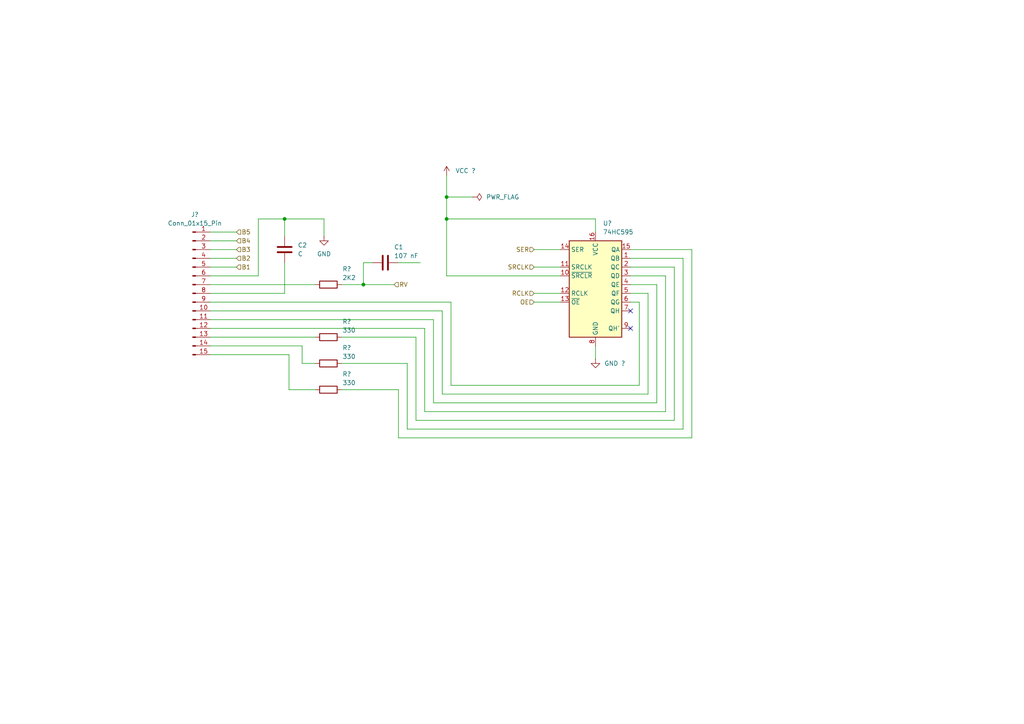
<source format=kicad_sch>
(kicad_sch (version 20250114) (generator "eeschema") (generator_version "9.0")
  (paper "A4")
  (lib_symbols
    (symbol "74xx:74HC595"
      (property "Reference" "U" (at -7.62 13.97 0))
      (property "Value" "74HC595" (at -7.62 -16.51 0))
      (symbol "74HC595_1_0"
        (pin input line (at -10.16 10.16 0) (length 2.54) (name "SER") (number "14"))
        (pin input line (at -10.16 5.08 0) (length 2.54) (name "SRCLK") (number "11"))
        (pin input line (at -10.16 2.54 0) (length 2.54) (name "~{SRCLR}") (number "10"))
        (pin input line (at -10.16 -2.54 0) (length 2.54) (name "RCLK") (number "12"))
        (pin input line (at -10.16 -5.08 0) (length 2.54) (name "~{OE}") (number "13"))
        (pin power_in line (at 0 15.24 270) (length 2.54) (name "VCC") (number "16"))
        (pin power_in line (at 0 -17.78 90) (length 2.54) (name "GND") (number "8"))
        (pin tri_state line (at 10.16 10.16 180) (length 2.54) (name "QA") (number "15"))
        (pin tri_state line (at 10.16 7.62 180) (length 2.54) (name "QB") (number "1"))
        (pin tri_state line (at 10.16 5.08 180) (length 2.54) (name "QC") (number "2"))
        (pin tri_state line (at 10.16 2.54 180) (length 2.54) (name "QD") (number "3"))
        (pin tri_state line (at 10.16 0 180) (length 2.54) (name "QE") (number "4"))
        (pin tri_state line (at 10.16 -2.54 180) (length 2.54) (name "QF") (number "5"))
        (pin tri_state line (at 10.16 -5.08 180) (length 2.54) (name "QG") (number "6"))
        (pin tri_state line (at 10.16 -7.62 180) (length 2.54) (name "QH") (number "7"))
        (pin output line (at 10.16 -12.7 180) (length 2.54) (name "QH'") (number "9"))
      )
      (symbol "74HC595_1_1"
        (rectangle (start -7.62 12.7) (end 7.62 -15.24) (stroke (width 0.254)) (fill (type background)))
      )
    )
    (symbol "Connector:Conn_01x15_Pin" (pin_names (offset 1.016) (hide yes))
      (property "Reference" "J" (at 0 20.32 0))
      (property "Value" "Conn_01x15_Pin" (at 0 -20.32 0))
      (symbol "Conn_01x15_Pin_1_1"
        (rectangle (start 0.8636 17.907) (end 0 17.653) (stroke (width 0.1524)) (fill (type outline)))
        (rectangle (start 0.8636 15.367) (end 0 15.113) (stroke (width 0.1524)) (fill (type outline)))
        (rectangle (start 0.8636 12.827) (end 0 12.573) (stroke (width 0.1524)) (fill (type outline)))
        (rectangle (start 0.8636 10.287) (end 0 10.033) (stroke (width 0.1524)) (fill (type outline)))
        (rectangle (start 0.8636 7.747) (end 0 7.493) (stroke (width 0.1524)) (fill (type outline)))
        (rectangle (start 0.8636 5.207) (end 0 4.953) (stroke (width 0.1524)) (fill (type outline)))
        (rectangle (start 0.8636 2.667) (end 0 2.413) (stroke (width 0.1524)) (fill (type outline)))
        (rectangle (start 0.8636 0.127) (end 0 -0.127) (stroke (width 0.1524)) (fill (type outline)))
        (rectangle (start 0.8636 -2.413) (end 0 -2.667) (stroke (width 0.1524)) (fill (type outline)))
        (rectangle (start 0.8636 -4.953) (end 0 -5.207) (stroke (width 0.1524)) (fill (type outline)))
        (rectangle (start 0.8636 -7.493) (end 0 -7.747) (stroke (width 0.1524)) (fill (type outline)))
        (rectangle (start 0.8636 -10.033) (end 0 -10.287) (stroke (width 0.1524)) (fill (type outline)))
        (rectangle (start 0.8636 -12.573) (end 0 -12.827) (stroke (width 0.1524)) (fill (type outline)))
        (rectangle (start 0.8636 -15.113) (end 0 -15.367) (stroke (width 0.1524)) (fill (type outline)))
        (rectangle (start 0.8636 -17.653) (end 0 -17.907) (stroke (width 0.1524)) (fill (type outline)))
        (polyline (pts (xy 1.27 17.78) (xy 0.8636 17.78)) (stroke (width 0.1524)))
        (polyline (pts (xy 1.27 15.24) (xy 0.8636 15.24)) (stroke (width 0.1524)))
        (polyline (pts (xy 1.27 12.7) (xy 0.8636 12.7)) (stroke (width 0.1524)))
        (polyline (pts (xy 1.27 10.16) (xy 0.8636 10.16)) (stroke (width 0.1524)))
        (polyline (pts (xy 1.27 7.62) (xy 0.8636 7.62)) (stroke (width 0.1524)))
        (polyline (pts (xy 1.27 5.08) (xy 0.8636 5.08)) (stroke (width 0.1524)))
        (polyline (pts (xy 1.27 2.54) (xy 0.8636 2.54)) (stroke (width 0.1524)))
        (polyline (pts (xy 1.27 0) (xy 0.8636 0)) (stroke (width 0.1524)))
        (polyline (pts (xy 1.27 -2.54) (xy 0.8636 -2.54)) (stroke (width 0.1524)))
        (polyline (pts (xy 1.27 -5.08) (xy 0.8636 -5.08)) (stroke (width 0.1524)))
        (polyline (pts (xy 1.27 -7.62) (xy 0.8636 -7.62)) (stroke (width 0.1524)))
        (polyline (pts (xy 1.27 -10.16) (xy 0.8636 -10.16)) (stroke (width 0.1524)))
        (polyline (pts (xy 1.27 -12.7) (xy 0.8636 -12.7)) (stroke (width 0.1524)))
        (polyline (pts (xy 1.27 -15.24) (xy 0.8636 -15.24)) (stroke (width 0.1524)))
        (polyline (pts (xy 1.27 -17.78) (xy 0.8636 -17.78)) (stroke (width 0.1524)))
        (pin passive line (at 5.08 17.78 180) (length 3.81) (name "Pin_1") (number "1"))
        (pin passive line (at 5.08 15.24 180) (length 3.81) (name "Pin_2") (number "2"))
        (pin passive line (at 5.08 12.7 180) (length 3.81) (name "Pin_3") (number "3"))
        (pin passive line (at 5.08 10.16 180) (length 3.81) (name "Pin_4") (number "4"))
        (pin passive line (at 5.08 7.62 180) (length 3.81) (name "Pin_5") (number "5"))
        (pin passive line (at 5.08 5.08 180) (length 3.81) (name "Pin_6") (number "6"))
        (pin passive line (at 5.08 2.54 180) (length 3.81) (name "Pin_7") (number "7"))
        (pin passive line (at 5.08 0 180) (length 3.81) (name "Pin_8") (number "8"))
        (pin passive line (at 5.08 -2.54 180) (length 3.81) (name "Pin_9") (number "9"))
        (pin passive line (at 5.08 -5.08 180) (length 3.81) (name "Pin_10") (number "10"))
        (pin passive line (at 5.08 -7.62 180) (length 3.81) (name "Pin_11") (number "11"))
        (pin passive line (at 5.08 -10.16 180) (length 3.81) (name "Pin_12") (number "12"))
        (pin passive line (at 5.08 -12.7 180) (length 3.81) (name "Pin_13") (number "13"))
        (pin passive line (at 5.08 -15.24 180) (length 3.81) (name "Pin_14") (number "14"))
        (pin passive line (at 5.08 -17.78 180) (length 3.81) (name "Pin_15") (number "15"))
      )
    )
    (symbol "Device:C" (pin_numbers (hide yes)) (pin_names (offset 0.254))
      (property "Reference" "C" (at 0.635 2.54 0))
      (property "Value" "C" (at 0.635 -2.54 0))
      (symbol "C_0_1"
        (polyline (pts (xy -2.032 0.762) (xy 2.032 0.762)) (stroke (width 0.508)))
        (polyline (pts (xy -2.032 -0.762) (xy 2.032 -0.762)) (stroke (width 0.508)))
      )
      (symbol "C_1_1"
        (pin passive line (at 0 3.81 270) (length 2.794) (name "~") (number "1"))
        (pin passive line (at 0 -3.81 90) (length 2.794) (name "~") (number "2"))
      )
    )
    (symbol "Device:R" (pin_numbers (hide yes)) (pin_names (offset 0))
      (property "Reference" "R" (at 2.032 0 90))
      (property "Value" "R" (at 0 0 90))
      (symbol "R_0_1"
        (rectangle (start -1.016 -2.54) (end 1.016 2.54) (stroke (width 0.254)))
      )
      (symbol "R_1_1"
        (pin passive line (at 0 3.81 270) (length 1.27) (name "~") (number "1"))
        (pin passive line (at 0 -3.81 90) (length 1.27) (name "~") (number "2"))
      )
    )
    (symbol "power:GND" (power) (pin_numbers (hide yes)) (pin_names (offset 0) (hide yes))
      (property "Value" "GND" (at 0 -3.81 0))
      (symbol "GND_0_1"
        (polyline (pts (xy 0 0) (xy 0 -1.27) (xy 1.27 -1.27) (xy 0 -2.54) (xy -1.27 -1.27) (xy 0 -1.27)))
      )
      (symbol "GND_1_1"
        (pin power_in line (at 0 0 270) (length 0) (name "~") (number "1"))
      )
    )
    (symbol "power:PWR_FLAG" (power) (pin_numbers (hide yes)) (pin_names (offset 0) (hide yes))
      (property "Value" "PWR_FLAG" (at 0 3.81 0))
      (symbol "PWR_FLAG_0_0"
        (pin power_out line (at 0 0 90) (length 0) (name "~") (number "1"))
      )
      (symbol "PWR_FLAG_0_1"
        (polyline (pts (xy 0 0) (xy 0 1.27) (xy -1.016 1.905) (xy 0 2.54) (xy 1.016 1.905) (xy 0 1.27)))
      )
    )
    (symbol "power:VCC" (power) (pin_numbers (hide yes)) (pin_names (offset 0) (hide yes))
      (property "Value" "VCC" (at 0 3.556 0))
      (symbol "VCC_0_1"
        (polyline (pts (xy -0.762 1.27) (xy 0 2.54)))
        (polyline (pts (xy 0 2.54) (xy 0.762 1.27)))
        (polyline (pts (xy 0 0) (xy 0 2.54)))
      )
      (symbol "VCC_1_1"
        (pin power_in line (at 0 0 90) (length 0) (name "~") (number "1"))
      )
    )
  )
  (junction (at 82.55 63.5))
  (junction (at 105.41 82.55))
  (junction (at 129.54 63.5))
  (junction (at 129.54 57.15))
  (no_connect (at 182.88 95.25))
  (no_connect (at 182.88 90.17))
  (wire (pts (xy 193.04 80.01) (xy 193.04 119.38)))
  (wire (pts (xy 185.42 87.63) (xy 185.42 111.76)))
  (wire (pts (xy 182.88 85.09) (xy 187.96 85.09)))
  (wire (pts (xy 60.96 85.09) (xy 82.55 85.09)))
  (wire (pts (xy 60.96 87.63) (xy 130.81 87.63)))
  (wire (pts (xy 93.98 63.5) (xy 93.98 68.58)))
  (wire (pts (xy 82.55 63.5) (xy 82.55 68.58)))
  (wire (pts (xy 154.94 85.09) (xy 162.56 85.09)))
  (wire (pts (xy 60.96 92.71) (xy 125.73 92.71)))
  (wire (pts (xy 198.12 74.93) (xy 198.12 124.46)))
  (wire (pts (xy 82.55 63.5) (xy 93.98 63.5)))
  (wire (pts (xy 129.54 63.5) (xy 172.72 63.5)))
  (wire (pts (xy 87.63 100.33) (xy 87.63 105.41)))
  (wire (pts (xy 118.11 124.46) (xy 118.11 105.41)))
  (wire (pts (xy 105.41 82.55) (xy 105.41 76.2)))
  (wire (pts (xy 129.54 50.8) (xy 129.54 57.15)))
  (wire (pts (xy 60.96 97.79) (xy 91.44 97.79)))
  (wire (pts (xy 182.88 74.93) (xy 198.12 74.93)))
  (wire (pts (xy 60.96 67.31) (xy 68.58 67.31)))
  (wire (pts (xy 193.04 119.38) (xy 123.19 119.38)))
  (wire (pts (xy 154.94 87.63) (xy 162.56 87.63)))
  (wire (pts (xy 82.55 85.09) (xy 82.55 76.2)))
  (wire (pts (xy 130.81 111.76) (xy 185.42 111.76)))
  (wire (pts (xy 60.96 95.25) (xy 123.19 95.25)))
  (wire (pts (xy 82.55 63.5) (xy 74.93 63.5)))
  (wire (pts (xy 182.88 82.55) (xy 190.5 82.55)))
  (wire (pts (xy 190.5 82.55) (xy 190.5 116.84)))
  (wire (pts (xy 83.82 102.87) (xy 83.82 113.03)))
  (wire (pts (xy 128.27 90.17) (xy 128.27 114.3)))
  (wire (pts (xy 87.63 105.41) (xy 91.44 105.41)))
  (wire (pts (xy 105.41 76.2) (xy 107.95 76.2)))
  (wire (pts (xy 200.66 72.39) (xy 200.66 127)))
  (wire (pts (xy 99.06 82.55) (xy 105.41 82.55)))
  (wire (pts (xy 115.57 76.2) (xy 121.92 76.2)))
  (wire (pts (xy 200.66 127) (xy 115.57 127)))
  (wire (pts (xy 60.96 102.87) (xy 83.82 102.87)))
  (wire (pts (xy 83.82 113.03) (xy 91.44 113.03)))
  (wire (pts (xy 60.96 100.33) (xy 87.63 100.33)))
  (wire (pts (xy 105.41 82.55) (xy 114.3 82.55)))
  (wire (pts (xy 172.72 63.5) (xy 172.72 67.31)))
  (wire (pts (xy 60.96 80.01) (xy 74.93 80.01)))
  (wire (pts (xy 129.54 57.15) (xy 129.54 63.5)))
  (wire (pts (xy 74.93 63.5) (xy 74.93 80.01)))
  (wire (pts (xy 182.88 80.01) (xy 193.04 80.01)))
  (wire (pts (xy 154.94 72.39) (xy 162.56 72.39)))
  (wire (pts (xy 129.54 57.15) (xy 137.16 57.15)))
  (wire (pts (xy 162.56 80.01) (xy 129.54 80.01)))
  (wire (pts (xy 154.94 77.47) (xy 162.56 77.47)))
  (wire (pts (xy 182.88 87.63) (xy 185.42 87.63)))
  (wire (pts (xy 187.96 85.09) (xy 187.96 114.3)))
  (wire (pts (xy 99.06 113.03) (xy 115.57 113.03)))
  (wire (pts (xy 99.06 105.41) (xy 118.11 105.41)))
  (wire (pts (xy 115.57 127) (xy 115.57 113.03)))
  (wire (pts (xy 60.96 74.93) (xy 68.58 74.93)))
  (wire (pts (xy 120.65 97.79) (xy 120.65 121.92)))
  (wire (pts (xy 60.96 82.55) (xy 91.44 82.55)))
  (wire (pts (xy 60.96 72.39) (xy 68.58 72.39)))
  (wire (pts (xy 99.06 97.79) (xy 120.65 97.79)))
  (wire (pts (xy 123.19 119.38) (xy 123.19 95.25)))
  (wire (pts (xy 182.88 72.39) (xy 200.66 72.39)))
  (wire (pts (xy 128.27 114.3) (xy 187.96 114.3)))
  (wire (pts (xy 182.88 77.47) (xy 195.58 77.47)))
  (wire (pts (xy 125.73 116.84) (xy 190.5 116.84)))
  (wire (pts (xy 172.72 100.33) (xy 172.72 104.14)))
  (wire (pts (xy 129.54 80.01) (xy 129.54 63.5)))
  (wire (pts (xy 195.58 121.92) (xy 195.58 77.47)))
  (wire (pts (xy 120.65 121.92) (xy 195.58 121.92)))
  (wire (pts (xy 130.81 87.63) (xy 130.81 111.76)))
  (wire (pts (xy 125.73 92.71) (xy 125.73 116.84)))
  (wire (pts (xy 60.96 90.17) (xy 128.27 90.17)))
  (wire (pts (xy 60.96 77.47) (xy 68.58 77.47)))
  (wire (pts (xy 198.12 124.46) (xy 118.11 124.46)))
  (wire (pts (xy 60.96 69.85) (xy 68.58 69.85)))
  (hierarchical_label "RCLK" (shape input) (at 154.94 85.09 180))
  (hierarchical_label "SER" (shape input) (at 154.94 72.39 180))
  (hierarchical_label "SRCLK" (shape input) (at 154.94 77.47 180))
  (hierarchical_label "RV" (shape input) (at 114.3 82.55 0))
  (hierarchical_label "B3" (shape input) (at 68.58 72.39 0))
  (hierarchical_label "B2" (shape input) (at 68.58 74.93 0))
  (hierarchical_label "B4" (shape input) (at 68.58 69.85 0))
  (hierarchical_label "OE" (shape input) (at 154.94 87.63 180))
  (hierarchical_label "B1" (shape input) (at 68.58 77.47 0))
  (hierarchical_label "B5" (shape input) (at 68.58 67.31 0))
  (symbol (lib_id "Device:R") (at 95.25 113.03 270) (unit 1)
    (property "Reference" "R?" (at 99.314 109.22 90) (effects (justify left bottom)))
    (property "Value" "330" (at 99.314 111.76 90) (effects (justify left bottom)))
    (property "Description" "Resistor" (effects (hide yes)))
  )
  (symbol (lib_id "Device:R") (at 95.25 97.79 270) (unit 1)
    (property "Reference" "R?" (at 99.314 93.98 90) (effects (justify left bottom)))
    (property "Value" "330" (at 99.314 96.52 90) (effects (justify left bottom)))
    (property "Description" "Resistor" (effects (hide yes)))
  )
  (symbol (lib_id "power:VCC") (at 129.54 50.8 0) (unit 1)
    (property "Reference" "#PWR?" (effects (hide yes)))
    (property "Value" "VCC ?" (at 132.08 49.5299 0) (effects (justify left)))
    (property "Description" "Power symbol creates a global label with name \"VCC\"" (effects (hide yes)))
  )
  (symbol (lib_id "power:GND") (at 93.98 68.58 0) (unit 1)
    (property "Reference" "#PWR01" (effects (hide yes)))
    (property "Value" "GND" (at 93.98 73.66 0))
    (property "Description" "Power symbol creates a global label with name \"GND\" , ground" (effects (hide yes)))
  )
  (symbol (lib_id "Device:C") (at 82.55 72.39 0) (unit 1)
    (property "Reference" "C2" (at 86.36 71.1199 0) (effects (justify left)))
    (property "Value" "C" (at 86.36 73.6599 0) (effects (justify left)))
    (property "Description" "Unpolarized capacitor" (effects (hide yes)))
  )
  (symbol (lib_id "Device:R") (at 95.25 82.55 270) (unit 1)
    (property "Reference" "R?" (at 99.314 78.74 90) (effects (justify left bottom)))
    (property "Value" "2K2" (at 99.314 81.28 90) (effects (justify left bottom)))
    (property "Description" "Resistor" (effects (hide yes)))
  )
  (symbol (lib_id "Device:C") (at 111.76 76.2 90) (unit 1)
    (property "Reference" "C1" (at 114.3 72.39 90) (effects (justify right top)))
    (property "Value" "107 nF" (at 114.3 74.93 90) (effects (justify right top)))
    (property "Description" "Unpolarized capacitor" (effects (hide yes)))
  )
  (symbol (lib_id "Connector:Conn_01x15_Pin") (at 55.88 85.09 0) (unit 1)
    (property "Reference" "J?" (at 56.515 62.23 0))
    (property "Value" "Conn_01x15_Pin" (at 56.515 64.77 0))
    (property "Description" "Generic connector, single row, 01x15, script generated" (effects (hide yes)))
  )
  (symbol (lib_id "power:GND") (at 172.72 104.14 0) (unit 1)
    (property "Reference" "#PWR?" (effects (hide yes)))
    (property "Value" "GND ?" (at 175.26 105.4099 0) (effects (justify left)))
    (property "Description" "Power symbol creates a global label with name \"GND\" , ground" (effects (hide yes)))
  )
  (symbol (lib_id "Device:R") (at 95.25 105.41 270) (unit 1)
    (property "Reference" "R?" (at 99.314 101.6 90) (effects (justify left bottom)))
    (property "Value" "330" (at 99.314 104.14 90) (effects (justify left bottom)))
    (property "Description" "Resistor" (effects (hide yes)))
  )
  (symbol (lib_id "74xx:74HC595") (at 172.72 82.55 0) (unit 1)
    (property "Reference" "U?" (at 174.8633 64.77 0) (effects (justify left)))
    (property "Value" "74HC595" (at 174.8633 67.31 0) (effects (justify left)))
    (property "Datasheet" "http://www.ti.com/lit/ds/symlink/sn74hc595.pdf" (effects (hide yes)))
    (property "Description" "8-bit serial in/out Shift Register 3-State Outputs" (effects (hide yes)))
  )
  (symbol (lib_id "power:PWR_FLAG") (at 137.16 57.15 270) (unit 1)
    (property "Reference" "#FLG?" (effects (hide yes)))
    (property "Value" "PWR_FLAG" (at 140.97 57.1499 90) (effects (justify left)))
    (property "Description" "Special symbol for telling ERC where power comes from" (effects (hide yes)))
  )
)
</source>
